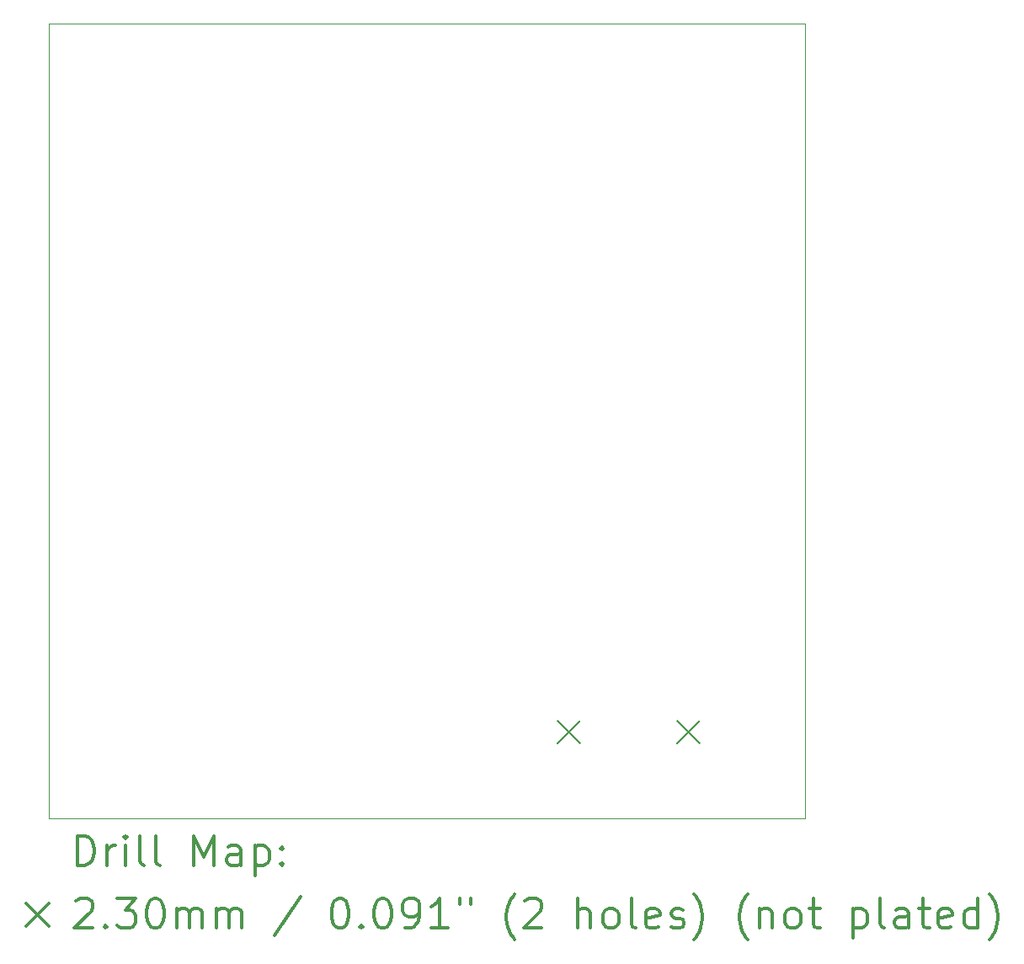
<source format=gbr>
%FSLAX45Y45*%
G04 Gerber Fmt 4.5, Leading zero omitted, Abs format (unit mm)*
G04 Created by KiCad (PCBNEW (5.1.8)-1) date 2021-01-04 15:21:40*
%MOMM*%
%LPD*%
G01*
G04 APERTURE LIST*
%TA.AperFunction,Profile*%
%ADD10C,0.100000*%
%TD*%
%ADD11C,0.200000*%
%ADD12C,0.300000*%
G04 APERTURE END LIST*
D10*
X18600000Y-5000000D02*
X11000000Y-5000000D01*
X18600000Y-5000000D02*
X18600000Y-13000000D01*
X11000000Y-13000000D02*
X11000000Y-5000000D01*
X18600000Y-13000000D02*
X11000000Y-13000000D01*
D11*
X16112000Y-12015000D02*
X16342000Y-12245000D01*
X16342000Y-12015000D02*
X16112000Y-12245000D01*
X17312000Y-12015000D02*
X17542000Y-12245000D01*
X17542000Y-12015000D02*
X17312000Y-12245000D01*
D12*
X11281428Y-13470714D02*
X11281428Y-13170714D01*
X11352857Y-13170714D01*
X11395714Y-13185000D01*
X11424286Y-13213571D01*
X11438571Y-13242143D01*
X11452857Y-13299286D01*
X11452857Y-13342143D01*
X11438571Y-13399286D01*
X11424286Y-13427857D01*
X11395714Y-13456429D01*
X11352857Y-13470714D01*
X11281428Y-13470714D01*
X11581428Y-13470714D02*
X11581428Y-13270714D01*
X11581428Y-13327857D02*
X11595714Y-13299286D01*
X11610000Y-13285000D01*
X11638571Y-13270714D01*
X11667143Y-13270714D01*
X11767143Y-13470714D02*
X11767143Y-13270714D01*
X11767143Y-13170714D02*
X11752857Y-13185000D01*
X11767143Y-13199286D01*
X11781428Y-13185000D01*
X11767143Y-13170714D01*
X11767143Y-13199286D01*
X11952857Y-13470714D02*
X11924286Y-13456429D01*
X11910000Y-13427857D01*
X11910000Y-13170714D01*
X12110000Y-13470714D02*
X12081428Y-13456429D01*
X12067143Y-13427857D01*
X12067143Y-13170714D01*
X12452857Y-13470714D02*
X12452857Y-13170714D01*
X12552857Y-13385000D01*
X12652857Y-13170714D01*
X12652857Y-13470714D01*
X12924286Y-13470714D02*
X12924286Y-13313571D01*
X12910000Y-13285000D01*
X12881428Y-13270714D01*
X12824286Y-13270714D01*
X12795714Y-13285000D01*
X12924286Y-13456429D02*
X12895714Y-13470714D01*
X12824286Y-13470714D01*
X12795714Y-13456429D01*
X12781428Y-13427857D01*
X12781428Y-13399286D01*
X12795714Y-13370714D01*
X12824286Y-13356429D01*
X12895714Y-13356429D01*
X12924286Y-13342143D01*
X13067143Y-13270714D02*
X13067143Y-13570714D01*
X13067143Y-13285000D02*
X13095714Y-13270714D01*
X13152857Y-13270714D01*
X13181428Y-13285000D01*
X13195714Y-13299286D01*
X13210000Y-13327857D01*
X13210000Y-13413571D01*
X13195714Y-13442143D01*
X13181428Y-13456429D01*
X13152857Y-13470714D01*
X13095714Y-13470714D01*
X13067143Y-13456429D01*
X13338571Y-13442143D02*
X13352857Y-13456429D01*
X13338571Y-13470714D01*
X13324286Y-13456429D01*
X13338571Y-13442143D01*
X13338571Y-13470714D01*
X13338571Y-13285000D02*
X13352857Y-13299286D01*
X13338571Y-13313571D01*
X13324286Y-13299286D01*
X13338571Y-13285000D01*
X13338571Y-13313571D01*
X10765000Y-13850000D02*
X10995000Y-14080000D01*
X10995000Y-13850000D02*
X10765000Y-14080000D01*
X11267143Y-13829286D02*
X11281428Y-13815000D01*
X11310000Y-13800714D01*
X11381428Y-13800714D01*
X11410000Y-13815000D01*
X11424286Y-13829286D01*
X11438571Y-13857857D01*
X11438571Y-13886429D01*
X11424286Y-13929286D01*
X11252857Y-14100714D01*
X11438571Y-14100714D01*
X11567143Y-14072143D02*
X11581428Y-14086429D01*
X11567143Y-14100714D01*
X11552857Y-14086429D01*
X11567143Y-14072143D01*
X11567143Y-14100714D01*
X11681428Y-13800714D02*
X11867143Y-13800714D01*
X11767143Y-13915000D01*
X11810000Y-13915000D01*
X11838571Y-13929286D01*
X11852857Y-13943571D01*
X11867143Y-13972143D01*
X11867143Y-14043571D01*
X11852857Y-14072143D01*
X11838571Y-14086429D01*
X11810000Y-14100714D01*
X11724286Y-14100714D01*
X11695714Y-14086429D01*
X11681428Y-14072143D01*
X12052857Y-13800714D02*
X12081428Y-13800714D01*
X12110000Y-13815000D01*
X12124286Y-13829286D01*
X12138571Y-13857857D01*
X12152857Y-13915000D01*
X12152857Y-13986429D01*
X12138571Y-14043571D01*
X12124286Y-14072143D01*
X12110000Y-14086429D01*
X12081428Y-14100714D01*
X12052857Y-14100714D01*
X12024286Y-14086429D01*
X12010000Y-14072143D01*
X11995714Y-14043571D01*
X11981428Y-13986429D01*
X11981428Y-13915000D01*
X11995714Y-13857857D01*
X12010000Y-13829286D01*
X12024286Y-13815000D01*
X12052857Y-13800714D01*
X12281428Y-14100714D02*
X12281428Y-13900714D01*
X12281428Y-13929286D02*
X12295714Y-13915000D01*
X12324286Y-13900714D01*
X12367143Y-13900714D01*
X12395714Y-13915000D01*
X12410000Y-13943571D01*
X12410000Y-14100714D01*
X12410000Y-13943571D02*
X12424286Y-13915000D01*
X12452857Y-13900714D01*
X12495714Y-13900714D01*
X12524286Y-13915000D01*
X12538571Y-13943571D01*
X12538571Y-14100714D01*
X12681428Y-14100714D02*
X12681428Y-13900714D01*
X12681428Y-13929286D02*
X12695714Y-13915000D01*
X12724286Y-13900714D01*
X12767143Y-13900714D01*
X12795714Y-13915000D01*
X12810000Y-13943571D01*
X12810000Y-14100714D01*
X12810000Y-13943571D02*
X12824286Y-13915000D01*
X12852857Y-13900714D01*
X12895714Y-13900714D01*
X12924286Y-13915000D01*
X12938571Y-13943571D01*
X12938571Y-14100714D01*
X13524286Y-13786429D02*
X13267143Y-14172143D01*
X13910000Y-13800714D02*
X13938571Y-13800714D01*
X13967143Y-13815000D01*
X13981428Y-13829286D01*
X13995714Y-13857857D01*
X14010000Y-13915000D01*
X14010000Y-13986429D01*
X13995714Y-14043571D01*
X13981428Y-14072143D01*
X13967143Y-14086429D01*
X13938571Y-14100714D01*
X13910000Y-14100714D01*
X13881428Y-14086429D01*
X13867143Y-14072143D01*
X13852857Y-14043571D01*
X13838571Y-13986429D01*
X13838571Y-13915000D01*
X13852857Y-13857857D01*
X13867143Y-13829286D01*
X13881428Y-13815000D01*
X13910000Y-13800714D01*
X14138571Y-14072143D02*
X14152857Y-14086429D01*
X14138571Y-14100714D01*
X14124286Y-14086429D01*
X14138571Y-14072143D01*
X14138571Y-14100714D01*
X14338571Y-13800714D02*
X14367143Y-13800714D01*
X14395714Y-13815000D01*
X14410000Y-13829286D01*
X14424286Y-13857857D01*
X14438571Y-13915000D01*
X14438571Y-13986429D01*
X14424286Y-14043571D01*
X14410000Y-14072143D01*
X14395714Y-14086429D01*
X14367143Y-14100714D01*
X14338571Y-14100714D01*
X14310000Y-14086429D01*
X14295714Y-14072143D01*
X14281428Y-14043571D01*
X14267143Y-13986429D01*
X14267143Y-13915000D01*
X14281428Y-13857857D01*
X14295714Y-13829286D01*
X14310000Y-13815000D01*
X14338571Y-13800714D01*
X14581428Y-14100714D02*
X14638571Y-14100714D01*
X14667143Y-14086429D01*
X14681428Y-14072143D01*
X14710000Y-14029286D01*
X14724286Y-13972143D01*
X14724286Y-13857857D01*
X14710000Y-13829286D01*
X14695714Y-13815000D01*
X14667143Y-13800714D01*
X14610000Y-13800714D01*
X14581428Y-13815000D01*
X14567143Y-13829286D01*
X14552857Y-13857857D01*
X14552857Y-13929286D01*
X14567143Y-13957857D01*
X14581428Y-13972143D01*
X14610000Y-13986429D01*
X14667143Y-13986429D01*
X14695714Y-13972143D01*
X14710000Y-13957857D01*
X14724286Y-13929286D01*
X15010000Y-14100714D02*
X14838571Y-14100714D01*
X14924286Y-14100714D02*
X14924286Y-13800714D01*
X14895714Y-13843571D01*
X14867143Y-13872143D01*
X14838571Y-13886429D01*
X15124286Y-13800714D02*
X15124286Y-13857857D01*
X15238571Y-13800714D02*
X15238571Y-13857857D01*
X15681428Y-14215000D02*
X15667143Y-14200714D01*
X15638571Y-14157857D01*
X15624286Y-14129286D01*
X15610000Y-14086429D01*
X15595714Y-14015000D01*
X15595714Y-13957857D01*
X15610000Y-13886429D01*
X15624286Y-13843571D01*
X15638571Y-13815000D01*
X15667143Y-13772143D01*
X15681428Y-13757857D01*
X15781428Y-13829286D02*
X15795714Y-13815000D01*
X15824286Y-13800714D01*
X15895714Y-13800714D01*
X15924286Y-13815000D01*
X15938571Y-13829286D01*
X15952857Y-13857857D01*
X15952857Y-13886429D01*
X15938571Y-13929286D01*
X15767143Y-14100714D01*
X15952857Y-14100714D01*
X16310000Y-14100714D02*
X16310000Y-13800714D01*
X16438571Y-14100714D02*
X16438571Y-13943571D01*
X16424286Y-13915000D01*
X16395714Y-13900714D01*
X16352857Y-13900714D01*
X16324286Y-13915000D01*
X16310000Y-13929286D01*
X16624286Y-14100714D02*
X16595714Y-14086429D01*
X16581428Y-14072143D01*
X16567143Y-14043571D01*
X16567143Y-13957857D01*
X16581428Y-13929286D01*
X16595714Y-13915000D01*
X16624286Y-13900714D01*
X16667143Y-13900714D01*
X16695714Y-13915000D01*
X16710000Y-13929286D01*
X16724286Y-13957857D01*
X16724286Y-14043571D01*
X16710000Y-14072143D01*
X16695714Y-14086429D01*
X16667143Y-14100714D01*
X16624286Y-14100714D01*
X16895714Y-14100714D02*
X16867143Y-14086429D01*
X16852857Y-14057857D01*
X16852857Y-13800714D01*
X17124286Y-14086429D02*
X17095714Y-14100714D01*
X17038571Y-14100714D01*
X17010000Y-14086429D01*
X16995714Y-14057857D01*
X16995714Y-13943571D01*
X17010000Y-13915000D01*
X17038571Y-13900714D01*
X17095714Y-13900714D01*
X17124286Y-13915000D01*
X17138571Y-13943571D01*
X17138571Y-13972143D01*
X16995714Y-14000714D01*
X17252857Y-14086429D02*
X17281428Y-14100714D01*
X17338571Y-14100714D01*
X17367143Y-14086429D01*
X17381428Y-14057857D01*
X17381428Y-14043571D01*
X17367143Y-14015000D01*
X17338571Y-14000714D01*
X17295714Y-14000714D01*
X17267143Y-13986429D01*
X17252857Y-13957857D01*
X17252857Y-13943571D01*
X17267143Y-13915000D01*
X17295714Y-13900714D01*
X17338571Y-13900714D01*
X17367143Y-13915000D01*
X17481428Y-14215000D02*
X17495714Y-14200714D01*
X17524286Y-14157857D01*
X17538571Y-14129286D01*
X17552857Y-14086429D01*
X17567143Y-14015000D01*
X17567143Y-13957857D01*
X17552857Y-13886429D01*
X17538571Y-13843571D01*
X17524286Y-13815000D01*
X17495714Y-13772143D01*
X17481428Y-13757857D01*
X18024286Y-14215000D02*
X18010000Y-14200714D01*
X17981428Y-14157857D01*
X17967143Y-14129286D01*
X17952857Y-14086429D01*
X17938571Y-14015000D01*
X17938571Y-13957857D01*
X17952857Y-13886429D01*
X17967143Y-13843571D01*
X17981428Y-13815000D01*
X18010000Y-13772143D01*
X18024286Y-13757857D01*
X18138571Y-13900714D02*
X18138571Y-14100714D01*
X18138571Y-13929286D02*
X18152857Y-13915000D01*
X18181428Y-13900714D01*
X18224286Y-13900714D01*
X18252857Y-13915000D01*
X18267143Y-13943571D01*
X18267143Y-14100714D01*
X18452857Y-14100714D02*
X18424286Y-14086429D01*
X18410000Y-14072143D01*
X18395714Y-14043571D01*
X18395714Y-13957857D01*
X18410000Y-13929286D01*
X18424286Y-13915000D01*
X18452857Y-13900714D01*
X18495714Y-13900714D01*
X18524286Y-13915000D01*
X18538571Y-13929286D01*
X18552857Y-13957857D01*
X18552857Y-14043571D01*
X18538571Y-14072143D01*
X18524286Y-14086429D01*
X18495714Y-14100714D01*
X18452857Y-14100714D01*
X18638571Y-13900714D02*
X18752857Y-13900714D01*
X18681428Y-13800714D02*
X18681428Y-14057857D01*
X18695714Y-14086429D01*
X18724286Y-14100714D01*
X18752857Y-14100714D01*
X19081428Y-13900714D02*
X19081428Y-14200714D01*
X19081428Y-13915000D02*
X19110000Y-13900714D01*
X19167143Y-13900714D01*
X19195714Y-13915000D01*
X19210000Y-13929286D01*
X19224286Y-13957857D01*
X19224286Y-14043571D01*
X19210000Y-14072143D01*
X19195714Y-14086429D01*
X19167143Y-14100714D01*
X19110000Y-14100714D01*
X19081428Y-14086429D01*
X19395714Y-14100714D02*
X19367143Y-14086429D01*
X19352857Y-14057857D01*
X19352857Y-13800714D01*
X19638571Y-14100714D02*
X19638571Y-13943571D01*
X19624286Y-13915000D01*
X19595714Y-13900714D01*
X19538571Y-13900714D01*
X19510000Y-13915000D01*
X19638571Y-14086429D02*
X19610000Y-14100714D01*
X19538571Y-14100714D01*
X19510000Y-14086429D01*
X19495714Y-14057857D01*
X19495714Y-14029286D01*
X19510000Y-14000714D01*
X19538571Y-13986429D01*
X19610000Y-13986429D01*
X19638571Y-13972143D01*
X19738571Y-13900714D02*
X19852857Y-13900714D01*
X19781428Y-13800714D02*
X19781428Y-14057857D01*
X19795714Y-14086429D01*
X19824286Y-14100714D01*
X19852857Y-14100714D01*
X20067143Y-14086429D02*
X20038571Y-14100714D01*
X19981428Y-14100714D01*
X19952857Y-14086429D01*
X19938571Y-14057857D01*
X19938571Y-13943571D01*
X19952857Y-13915000D01*
X19981428Y-13900714D01*
X20038571Y-13900714D01*
X20067143Y-13915000D01*
X20081428Y-13943571D01*
X20081428Y-13972143D01*
X19938571Y-14000714D01*
X20338571Y-14100714D02*
X20338571Y-13800714D01*
X20338571Y-14086429D02*
X20310000Y-14100714D01*
X20252857Y-14100714D01*
X20224286Y-14086429D01*
X20210000Y-14072143D01*
X20195714Y-14043571D01*
X20195714Y-13957857D01*
X20210000Y-13929286D01*
X20224286Y-13915000D01*
X20252857Y-13900714D01*
X20310000Y-13900714D01*
X20338571Y-13915000D01*
X20452857Y-14215000D02*
X20467143Y-14200714D01*
X20495714Y-14157857D01*
X20510000Y-14129286D01*
X20524286Y-14086429D01*
X20538571Y-14015000D01*
X20538571Y-13957857D01*
X20524286Y-13886429D01*
X20510000Y-13843571D01*
X20495714Y-13815000D01*
X20467143Y-13772143D01*
X20452857Y-13757857D01*
M02*

</source>
